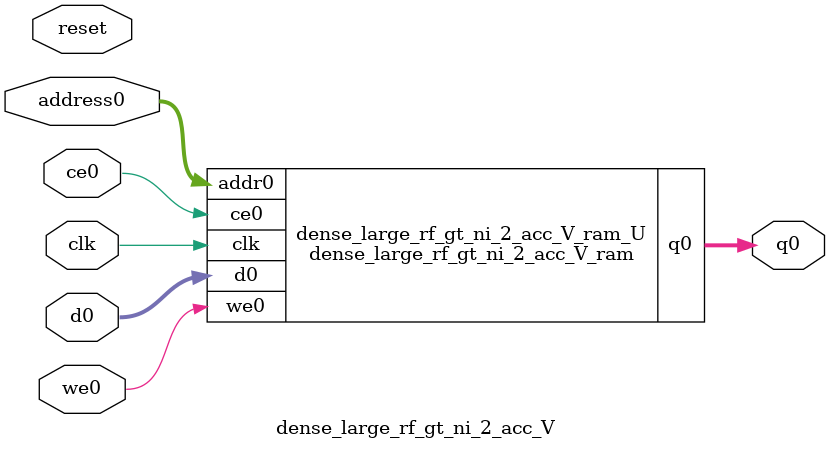
<source format=v>
`timescale 1 ns / 1 ps
module dense_large_rf_gt_ni_2_acc_V_ram (addr0, ce0, d0, we0, q0,  clk);

parameter DWIDTH = 13;
parameter AWIDTH = 4;
parameter MEM_SIZE = 10;

input[AWIDTH-1:0] addr0;
input ce0;
input[DWIDTH-1:0] d0;
input we0;
output reg[DWIDTH-1:0] q0;
input clk;

(* ram_style = "distributed" *)reg [DWIDTH-1:0] ram[0:MEM_SIZE-1];




always @(posedge clk)  
begin 
    if (ce0) 
    begin
        if (we0) 
        begin 
            ram[addr0] <= d0; 
        end 
        q0 <= ram[addr0];
    end
end


endmodule

`timescale 1 ns / 1 ps
module dense_large_rf_gt_ni_2_acc_V(
    reset,
    clk,
    address0,
    ce0,
    we0,
    d0,
    q0);

parameter DataWidth = 32'd13;
parameter AddressRange = 32'd10;
parameter AddressWidth = 32'd4;
input reset;
input clk;
input[AddressWidth - 1:0] address0;
input ce0;
input we0;
input[DataWidth - 1:0] d0;
output[DataWidth - 1:0] q0;



dense_large_rf_gt_ni_2_acc_V_ram dense_large_rf_gt_ni_2_acc_V_ram_U(
    .clk( clk ),
    .addr0( address0 ),
    .ce0( ce0 ),
    .we0( we0 ),
    .d0( d0 ),
    .q0( q0 ));

endmodule


</source>
